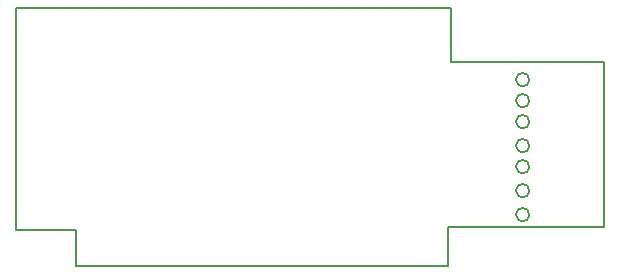
<source format=gko>
G04 #@! TF.GenerationSoftware,KiCad,Pcbnew,(5.0.0)*
G04 #@! TF.CreationDate,2018-10-17T10:54:46-04:00*
G04 #@! TF.ProjectId,Multi-PET-ROM,4D756C74692D5045542D524F4D2E6B69,rev?*
G04 #@! TF.SameCoordinates,Original*
G04 #@! TF.FileFunction,Profile,NP*
%FSLAX46Y46*%
G04 Gerber Fmt 4.6, Leading zero omitted, Abs format (unit mm)*
G04 Created by KiCad (PCBNEW (5.0.0)) date 10/17/18 10:54:46*
%MOMM*%
%LPD*%
G01*
G04 APERTURE LIST*
%ADD10C,0.150000*%
G04 APERTURE END LIST*
D10*
X156269961Y-95758000D02*
G75*
G03X156269961Y-95758000I-567961J0D01*
G01*
X156269961Y-93726000D02*
G75*
G03X156269961Y-93726000I-567961J0D01*
G01*
X156269961Y-84328000D02*
G75*
G03X156269961Y-84328000I-567961J0D01*
G01*
X156269961Y-91694000D02*
G75*
G03X156269961Y-91694000I-567961J0D01*
G01*
X156269961Y-89916000D02*
G75*
G03X156269961Y-89916000I-567961J0D01*
G01*
X156269961Y-87884000D02*
G75*
G03X156269961Y-87884000I-567961J0D01*
G01*
X156269961Y-86106000D02*
G75*
G03X156269961Y-86106000I-567961J0D01*
G01*
X162560000Y-96774000D02*
X162560000Y-82804000D01*
X149606000Y-82804000D02*
X149606000Y-78232000D01*
X117856000Y-97028000D02*
X112776000Y-97028000D01*
X117856000Y-100076000D02*
X117856000Y-97028000D01*
X149352000Y-100076000D02*
X117856000Y-100076000D01*
X149352000Y-96774000D02*
X149352000Y-100076000D01*
X162560000Y-82804000D02*
X149606000Y-82804000D01*
X112776000Y-78232000D02*
X112776000Y-97028000D01*
X149606000Y-78232000D02*
X112776000Y-78232000D01*
X162560000Y-96774000D02*
X149352000Y-96774000D01*
M02*

</source>
